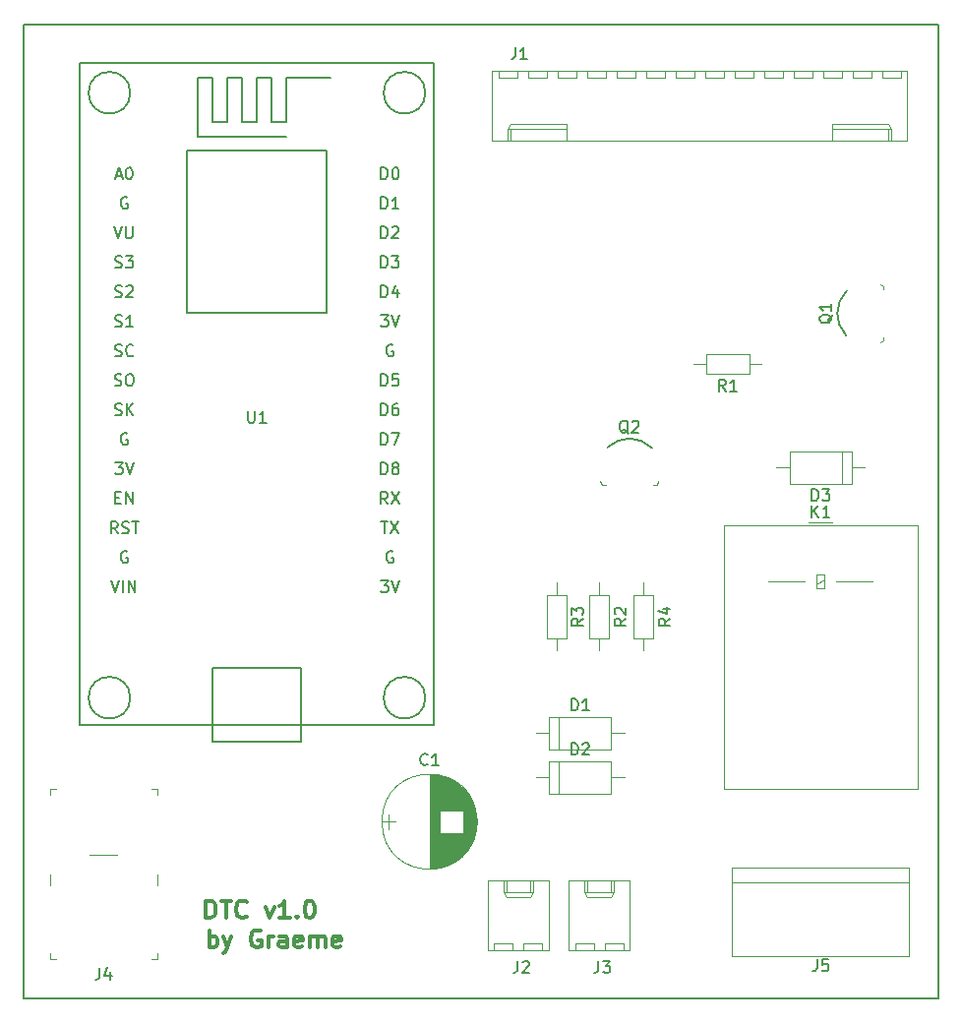
<source format=gbr>
G04 #@! TF.GenerationSoftware,KiCad,Pcbnew,(5.0.2)-1*
G04 #@! TF.CreationDate,2019-05-12T16:02:16+10:00*
G04 #@! TF.ProjectId,DTC,4454432e-6b69-4636-9164-5f7063625858,rev?*
G04 #@! TF.SameCoordinates,Original*
G04 #@! TF.FileFunction,Legend,Top*
G04 #@! TF.FilePolarity,Positive*
%FSLAX46Y46*%
G04 Gerber Fmt 4.6, Leading zero omitted, Abs format (unit mm)*
G04 Created by KiCad (PCBNEW (5.0.2)-1) date 12/05/2019 16:02:16*
%MOMM*%
%LPD*%
G01*
G04 APERTURE LIST*
%ADD10C,0.150000*%
%ADD11C,0.300000*%
%ADD12C,0.120000*%
%ADD13C,0.100000*%
G04 APERTURE END LIST*
D10*
X99060000Y-139700000D02*
X99060000Y-142240000D01*
X99060000Y-58420000D02*
X99060000Y-139700000D01*
X101600000Y-58420000D02*
X99060000Y-58420000D01*
X177800000Y-58420000D02*
X101600000Y-58420000D01*
X177800000Y-142240000D02*
X177800000Y-58420000D01*
X99060000Y-142240000D02*
X177800000Y-142240000D01*
D11*
X115007142Y-137838571D02*
X115007142Y-136338571D01*
X115007142Y-136910000D02*
X115150000Y-136838571D01*
X115435714Y-136838571D01*
X115578571Y-136910000D01*
X115650000Y-136981428D01*
X115721428Y-137124285D01*
X115721428Y-137552857D01*
X115650000Y-137695714D01*
X115578571Y-137767142D01*
X115435714Y-137838571D01*
X115150000Y-137838571D01*
X115007142Y-137767142D01*
X116221428Y-136838571D02*
X116578571Y-137838571D01*
X116935714Y-136838571D02*
X116578571Y-137838571D01*
X116435714Y-138195714D01*
X116364285Y-138267142D01*
X116221428Y-138338571D01*
X119435714Y-136410000D02*
X119292857Y-136338571D01*
X119078571Y-136338571D01*
X118864285Y-136410000D01*
X118721428Y-136552857D01*
X118650000Y-136695714D01*
X118578571Y-136981428D01*
X118578571Y-137195714D01*
X118650000Y-137481428D01*
X118721428Y-137624285D01*
X118864285Y-137767142D01*
X119078571Y-137838571D01*
X119221428Y-137838571D01*
X119435714Y-137767142D01*
X119507142Y-137695714D01*
X119507142Y-137195714D01*
X119221428Y-137195714D01*
X120150000Y-137838571D02*
X120150000Y-136838571D01*
X120150000Y-137124285D02*
X120221428Y-136981428D01*
X120292857Y-136910000D01*
X120435714Y-136838571D01*
X120578571Y-136838571D01*
X121721428Y-137838571D02*
X121721428Y-137052857D01*
X121650000Y-136910000D01*
X121507142Y-136838571D01*
X121221428Y-136838571D01*
X121078571Y-136910000D01*
X121721428Y-137767142D02*
X121578571Y-137838571D01*
X121221428Y-137838571D01*
X121078571Y-137767142D01*
X121007142Y-137624285D01*
X121007142Y-137481428D01*
X121078571Y-137338571D01*
X121221428Y-137267142D01*
X121578571Y-137267142D01*
X121721428Y-137195714D01*
X123007142Y-137767142D02*
X122864285Y-137838571D01*
X122578571Y-137838571D01*
X122435714Y-137767142D01*
X122364285Y-137624285D01*
X122364285Y-137052857D01*
X122435714Y-136910000D01*
X122578571Y-136838571D01*
X122864285Y-136838571D01*
X123007142Y-136910000D01*
X123078571Y-137052857D01*
X123078571Y-137195714D01*
X122364285Y-137338571D01*
X123721428Y-137838571D02*
X123721428Y-136838571D01*
X123721428Y-136981428D02*
X123792857Y-136910000D01*
X123935714Y-136838571D01*
X124150000Y-136838571D01*
X124292857Y-136910000D01*
X124364285Y-137052857D01*
X124364285Y-137838571D01*
X124364285Y-137052857D02*
X124435714Y-136910000D01*
X124578571Y-136838571D01*
X124792857Y-136838571D01*
X124935714Y-136910000D01*
X125007142Y-137052857D01*
X125007142Y-137838571D01*
X126292857Y-137767142D02*
X126150000Y-137838571D01*
X125864285Y-137838571D01*
X125721428Y-137767142D01*
X125650000Y-137624285D01*
X125650000Y-137052857D01*
X125721428Y-136910000D01*
X125864285Y-136838571D01*
X126150000Y-136838571D01*
X126292857Y-136910000D01*
X126364285Y-137052857D01*
X126364285Y-137195714D01*
X125650000Y-137338571D01*
X114737142Y-135298571D02*
X114737142Y-133798571D01*
X115094285Y-133798571D01*
X115308571Y-133870000D01*
X115451428Y-134012857D01*
X115522857Y-134155714D01*
X115594285Y-134441428D01*
X115594285Y-134655714D01*
X115522857Y-134941428D01*
X115451428Y-135084285D01*
X115308571Y-135227142D01*
X115094285Y-135298571D01*
X114737142Y-135298571D01*
X116022857Y-133798571D02*
X116880000Y-133798571D01*
X116451428Y-135298571D02*
X116451428Y-133798571D01*
X118237142Y-135155714D02*
X118165714Y-135227142D01*
X117951428Y-135298571D01*
X117808571Y-135298571D01*
X117594285Y-135227142D01*
X117451428Y-135084285D01*
X117380000Y-134941428D01*
X117308571Y-134655714D01*
X117308571Y-134441428D01*
X117380000Y-134155714D01*
X117451428Y-134012857D01*
X117594285Y-133870000D01*
X117808571Y-133798571D01*
X117951428Y-133798571D01*
X118165714Y-133870000D01*
X118237142Y-133941428D01*
X119880000Y-134298571D02*
X120237142Y-135298571D01*
X120594285Y-134298571D01*
X121951428Y-135298571D02*
X121094285Y-135298571D01*
X121522857Y-135298571D02*
X121522857Y-133798571D01*
X121380000Y-134012857D01*
X121237142Y-134155714D01*
X121094285Y-134227142D01*
X122594285Y-135155714D02*
X122665714Y-135227142D01*
X122594285Y-135298571D01*
X122522857Y-135227142D01*
X122594285Y-135155714D01*
X122594285Y-135298571D01*
X123594285Y-133798571D02*
X123737142Y-133798571D01*
X123880000Y-133870000D01*
X123951428Y-133941428D01*
X124022857Y-134084285D01*
X124094285Y-134370000D01*
X124094285Y-134727142D01*
X124022857Y-135012857D01*
X123951428Y-135155714D01*
X123880000Y-135227142D01*
X123737142Y-135298571D01*
X123594285Y-135298571D01*
X123451428Y-135227142D01*
X123380000Y-135155714D01*
X123308571Y-135012857D01*
X123237142Y-134727142D01*
X123237142Y-134370000D01*
X123308571Y-134084285D01*
X123380000Y-133941428D01*
X123451428Y-133870000D01*
X123594285Y-133798571D01*
D12*
G04 #@! TO.C,D1*
X145119000Y-117970000D02*
X145119000Y-120790000D01*
X150739000Y-119380000D02*
X149599000Y-119380000D01*
X143139000Y-119380000D02*
X144279000Y-119380000D01*
X149599000Y-117970000D02*
X144279000Y-117970000D01*
X149599000Y-120790000D02*
X149599000Y-117970000D01*
X144279000Y-120790000D02*
X149599000Y-120790000D01*
X144279000Y-117970000D02*
X144279000Y-120790000D01*
G04 #@! TO.C,D2*
X144279000Y-121780000D02*
X144279000Y-124600000D01*
X144279000Y-124600000D02*
X149599000Y-124600000D01*
X149599000Y-124600000D02*
X149599000Y-121780000D01*
X149599000Y-121780000D02*
X144279000Y-121780000D01*
X143139000Y-123190000D02*
X144279000Y-123190000D01*
X150739000Y-123190000D02*
X149599000Y-123190000D01*
X145119000Y-121780000D02*
X145119000Y-124600000D01*
G04 #@! TO.C,D3*
X169460000Y-97930000D02*
X169460000Y-95110000D01*
X163840000Y-96520000D02*
X164980000Y-96520000D01*
X171440000Y-96520000D02*
X170300000Y-96520000D01*
X164980000Y-97930000D02*
X170300000Y-97930000D01*
X164980000Y-95110000D02*
X164980000Y-97930000D01*
X170300000Y-95110000D02*
X164980000Y-95110000D01*
X170300000Y-97930000D02*
X170300000Y-95110000D01*
G04 #@! TO.C,J1*
X174536000Y-63005000D02*
X174536000Y-62385000D01*
X172936000Y-63005000D02*
X174536000Y-63005000D01*
X172936000Y-62385000D02*
X172936000Y-63005000D01*
X171996000Y-63005000D02*
X171996000Y-62385000D01*
X170396000Y-63005000D02*
X171996000Y-63005000D01*
X170396000Y-62385000D02*
X170396000Y-63005000D01*
X169456000Y-63005000D02*
X169456000Y-62385000D01*
X167856000Y-63005000D02*
X169456000Y-63005000D01*
X167856000Y-62385000D02*
X167856000Y-63005000D01*
X166916000Y-63005000D02*
X166916000Y-62385000D01*
X165316000Y-63005000D02*
X166916000Y-63005000D01*
X165316000Y-62385000D02*
X165316000Y-63005000D01*
X164376000Y-63005000D02*
X164376000Y-62385000D01*
X162776000Y-63005000D02*
X164376000Y-63005000D01*
X162776000Y-62385000D02*
X162776000Y-63005000D01*
X161836000Y-63005000D02*
X161836000Y-62385000D01*
X160236000Y-63005000D02*
X161836000Y-63005000D01*
X160236000Y-62385000D02*
X160236000Y-63005000D01*
X159296000Y-63005000D02*
X159296000Y-62385000D01*
X157696000Y-63005000D02*
X159296000Y-63005000D01*
X157696000Y-62385000D02*
X157696000Y-63005000D01*
X156756000Y-63005000D02*
X156756000Y-62385000D01*
X155156000Y-63005000D02*
X156756000Y-63005000D01*
X155156000Y-62385000D02*
X155156000Y-63005000D01*
X154216000Y-63005000D02*
X154216000Y-62385000D01*
X152616000Y-63005000D02*
X154216000Y-63005000D01*
X152616000Y-62385000D02*
X152616000Y-63005000D01*
X151676000Y-63005000D02*
X151676000Y-62385000D01*
X150076000Y-63005000D02*
X151676000Y-63005000D01*
X150076000Y-62385000D02*
X150076000Y-63005000D01*
X149136000Y-63005000D02*
X149136000Y-62385000D01*
X147536000Y-63005000D02*
X149136000Y-63005000D01*
X147536000Y-62385000D02*
X147536000Y-63005000D01*
X146596000Y-63005000D02*
X146596000Y-62385000D01*
X144996000Y-63005000D02*
X146596000Y-63005000D01*
X144996000Y-62385000D02*
X144996000Y-63005000D01*
X144056000Y-63005000D02*
X144056000Y-62385000D01*
X142456000Y-63005000D02*
X144056000Y-63005000D01*
X142456000Y-62385000D02*
X142456000Y-63005000D01*
X141516000Y-63005000D02*
X141516000Y-62385000D01*
X139916000Y-63005000D02*
X141516000Y-63005000D01*
X139916000Y-62385000D02*
X139916000Y-63005000D01*
X173486000Y-68385000D02*
X173486000Y-67385000D01*
X168656000Y-66955000D02*
X168656000Y-67385000D01*
X173486000Y-66955000D02*
X168656000Y-66955000D01*
X173736000Y-67385000D02*
X173486000Y-66955000D01*
X168656000Y-67385000D02*
X168656000Y-68385000D01*
X173736000Y-67385000D02*
X168656000Y-67385000D01*
X173736000Y-68385000D02*
X173736000Y-67385000D01*
X140966000Y-68385000D02*
X140966000Y-67385000D01*
X145796000Y-66955000D02*
X145796000Y-67385000D01*
X140966000Y-66955000D02*
X145796000Y-66955000D01*
X140716000Y-67385000D02*
X140966000Y-66955000D01*
X145796000Y-67385000D02*
X145796000Y-68385000D01*
X140716000Y-67385000D02*
X145796000Y-67385000D01*
X140716000Y-68385000D02*
X140716000Y-67385000D01*
X175106000Y-62385000D02*
X139346000Y-62385000D01*
X175106000Y-68385000D02*
X175106000Y-62385000D01*
X139346000Y-68385000D02*
X175106000Y-68385000D01*
X139346000Y-62385000D02*
X139346000Y-68385000D01*
G04 #@! TO.C,J2*
X139546723Y-137458759D02*
X139546723Y-138078759D01*
X141146723Y-137458759D02*
X139546723Y-137458759D01*
X141146723Y-138078759D02*
X141146723Y-137458759D01*
X142086723Y-137458759D02*
X142086723Y-138078759D01*
X143686723Y-137458759D02*
X142086723Y-137458759D01*
X143686723Y-138078759D02*
X143686723Y-137458759D01*
X140596723Y-132078759D02*
X140596723Y-133078759D01*
X142636723Y-132078759D02*
X142636723Y-133078759D01*
X140596723Y-133508759D02*
X140346723Y-133078759D01*
X142636723Y-133508759D02*
X140596723Y-133508759D01*
X142886723Y-133078759D02*
X142636723Y-133508759D01*
X140346723Y-133078759D02*
X140346723Y-132078759D01*
X142886723Y-133078759D02*
X140346723Y-133078759D01*
X142886723Y-132078759D02*
X142886723Y-133078759D01*
X138976723Y-138078759D02*
X144256723Y-138078759D01*
X138976723Y-132078759D02*
X138976723Y-138078759D01*
X144256723Y-132078759D02*
X138976723Y-132078759D01*
X144256723Y-138078759D02*
X144256723Y-132078759D01*
G04 #@! TO.C,J3*
X151230000Y-138078759D02*
X151230000Y-132078759D01*
X151230000Y-132078759D02*
X145950000Y-132078759D01*
X145950000Y-132078759D02*
X145950000Y-138078759D01*
X145950000Y-138078759D02*
X151230000Y-138078759D01*
X149860000Y-132078759D02*
X149860000Y-133078759D01*
X149860000Y-133078759D02*
X147320000Y-133078759D01*
X147320000Y-133078759D02*
X147320000Y-132078759D01*
X149860000Y-133078759D02*
X149610000Y-133508759D01*
X149610000Y-133508759D02*
X147570000Y-133508759D01*
X147570000Y-133508759D02*
X147320000Y-133078759D01*
X149610000Y-132078759D02*
X149610000Y-133078759D01*
X147570000Y-132078759D02*
X147570000Y-133078759D01*
X150660000Y-138078759D02*
X150660000Y-137458759D01*
X150660000Y-137458759D02*
X149060000Y-137458759D01*
X149060000Y-137458759D02*
X149060000Y-138078759D01*
X148120000Y-138078759D02*
X148120000Y-137458759D01*
X148120000Y-137458759D02*
X146520000Y-137458759D01*
X146520000Y-137458759D02*
X146520000Y-138078759D01*
D13*
G04 #@! TO.C,J4*
X101318000Y-131516000D02*
X101318000Y-132516000D01*
X110518000Y-131516000D02*
X110518000Y-132516000D01*
X101318000Y-138816000D02*
X101318000Y-138316000D01*
X101318000Y-138816000D02*
X101818000Y-138816000D01*
X110518000Y-138816000D02*
X110018000Y-138816000D01*
X110518000Y-138816000D02*
X110518000Y-138316000D01*
X107118000Y-129816000D02*
X104718000Y-129816000D01*
X110518000Y-124216000D02*
X110518000Y-124716000D01*
X110518000Y-124216000D02*
X110018000Y-124216000D01*
X101318000Y-124216000D02*
X101318000Y-124716000D01*
X101318000Y-124216000D02*
X101818000Y-124216000D01*
D12*
G04 #@! TO.C,J5*
X175260000Y-130937000D02*
X160020000Y-130937000D01*
X175260000Y-138557000D02*
X160020000Y-138557000D01*
X175260000Y-132207000D02*
X160020000Y-132207000D01*
X160020000Y-130937000D02*
X160020000Y-138557000D01*
X175260000Y-130937000D02*
X175260000Y-138557000D01*
G04 #@! TO.C,K1*
X168990000Y-106340000D02*
X172140000Y-106340000D01*
X163140000Y-106340000D02*
X166290000Y-106340000D01*
X166640000Y-101230000D02*
X168640000Y-101230000D01*
X167290000Y-106940000D02*
X167990000Y-106940000D01*
X167290000Y-105740000D02*
X167290000Y-106940000D01*
X167990000Y-105740000D02*
X167290000Y-105740000D01*
X167990000Y-106940000D02*
X167990000Y-105740000D01*
X167290000Y-106540000D02*
X167990000Y-106140000D01*
X159290000Y-124190000D02*
X175990000Y-124190000D01*
X159290000Y-101490000D02*
X159290000Y-124190000D01*
X175990000Y-101490000D02*
X159290000Y-101490000D01*
X175990000Y-124190000D02*
X175990000Y-101490000D01*
D10*
G04 #@! TO.C,Q1*
X169900000Y-81302000D02*
G75*
G03X169850000Y-85152000I1900000J-1950000D01*
G01*
D13*
X173050000Y-80902000D02*
X172750000Y-80752000D01*
X173050000Y-80902000D02*
X173050000Y-81202000D01*
X173050000Y-85302000D02*
X173050000Y-85602000D01*
X173050000Y-85602000D02*
X172750000Y-85752000D01*
G04 #@! TO.C,Q2*
X148840000Y-97993000D02*
X148690000Y-97693000D01*
X149140000Y-97993000D02*
X148840000Y-97993000D01*
X153540000Y-97993000D02*
X153240000Y-97993000D01*
X153540000Y-97993000D02*
X153690000Y-97693000D01*
D10*
X153140000Y-94843000D02*
G75*
G03X149290000Y-94793000I-1950000J-1900000D01*
G01*
D12*
G04 #@! TO.C,R1*
X156709000Y-87630000D02*
X157779000Y-87630000D01*
X162569000Y-87630000D02*
X161499000Y-87630000D01*
X157779000Y-88490000D02*
X161499000Y-88490000D01*
X157779000Y-86770000D02*
X157779000Y-88490000D01*
X161499000Y-86770000D02*
X157779000Y-86770000D01*
X161499000Y-88490000D02*
X161499000Y-86770000D01*
G04 #@! TO.C,R2*
X149450000Y-107487000D02*
X147730000Y-107487000D01*
X147730000Y-107487000D02*
X147730000Y-111207000D01*
X147730000Y-111207000D02*
X149450000Y-111207000D01*
X149450000Y-111207000D02*
X149450000Y-107487000D01*
X148590000Y-106417000D02*
X148590000Y-107487000D01*
X148590000Y-112277000D02*
X148590000Y-111207000D01*
G04 #@! TO.C,R3*
X144907000Y-112277000D02*
X144907000Y-111207000D01*
X144907000Y-106417000D02*
X144907000Y-107487000D01*
X145767000Y-111207000D02*
X145767000Y-107487000D01*
X144047000Y-111207000D02*
X145767000Y-111207000D01*
X144047000Y-107487000D02*
X144047000Y-111207000D01*
X145767000Y-107487000D02*
X144047000Y-107487000D01*
G04 #@! TO.C,R4*
X153260000Y-107487000D02*
X151540000Y-107487000D01*
X151540000Y-107487000D02*
X151540000Y-111207000D01*
X151540000Y-111207000D02*
X153260000Y-111207000D01*
X153260000Y-111207000D02*
X153260000Y-107487000D01*
X152400000Y-106417000D02*
X152400000Y-107487000D01*
X152400000Y-112277000D02*
X152400000Y-111207000D01*
D10*
G04 #@! TO.C,U1*
X113126000Y-69202000D02*
X125126000Y-69202000D01*
X125126000Y-69202000D02*
X125126000Y-83202000D01*
X125126000Y-83202000D02*
X113126000Y-83202000D01*
X113126000Y-83202000D02*
X113126000Y-69202000D01*
X121666000Y-68072000D02*
X114046000Y-68072000D01*
X114046000Y-68072000D02*
X114046000Y-62992000D01*
X114046000Y-62992000D02*
X115316000Y-62992000D01*
X115316000Y-62992000D02*
X115316000Y-66802000D01*
X115316000Y-66802000D02*
X116586000Y-66802000D01*
X116586000Y-66802000D02*
X116586000Y-62992000D01*
X116586000Y-62992000D02*
X117856000Y-62992000D01*
X117856000Y-62992000D02*
X117856000Y-66802000D01*
X117856000Y-66802000D02*
X119126000Y-66802000D01*
X119126000Y-66802000D02*
X119126000Y-62992000D01*
X119126000Y-62992000D02*
X120396000Y-62992000D01*
X120396000Y-62992000D02*
X120396000Y-66802000D01*
X120396000Y-66802000D02*
X121666000Y-66802000D01*
X121666000Y-66802000D02*
X121666000Y-62992000D01*
X121666000Y-62992000D02*
X125476000Y-62992000D01*
X115316000Y-120142000D02*
X122936000Y-120142000D01*
X122936000Y-120142000D02*
X122936000Y-113792000D01*
X122936000Y-113792000D02*
X115316000Y-113792000D01*
X115316000Y-113792000D02*
X115316000Y-120142000D01*
X133622051Y-116332000D02*
G75*
G03X133622051Y-116332000I-1796051J0D01*
G01*
X108222051Y-116332000D02*
G75*
G03X108222051Y-116332000I-1796051J0D01*
G01*
X108222051Y-64262000D02*
G75*
G03X108222051Y-64262000I-1796051J0D01*
G01*
X133622051Y-64262000D02*
G75*
G03X133622051Y-64262000I-1796051J0D01*
G01*
X134376000Y-61702000D02*
X104376000Y-61702000D01*
X104376000Y-61702000D02*
X103876000Y-61702000D01*
X103876000Y-61702000D02*
X103876000Y-118702000D01*
X103876000Y-118702000D02*
X134376000Y-118702000D01*
X134376000Y-118702000D02*
X134376000Y-61702000D01*
D12*
G04 #@! TO.C,C1*
X130480000Y-126350000D02*
X130480000Y-127650000D01*
X129880000Y-127000000D02*
X131080000Y-127000000D01*
X138061000Y-126754000D02*
X138061000Y-127246000D01*
X138021000Y-126402000D02*
X138021000Y-127598000D01*
X137981000Y-126186000D02*
X137981000Y-127814000D01*
X137941000Y-126017000D02*
X137941000Y-127983000D01*
X137901000Y-125873000D02*
X137901000Y-128127000D01*
X137861000Y-125746000D02*
X137861000Y-128254000D01*
X137821000Y-125631000D02*
X137821000Y-128369000D01*
X137781000Y-125527000D02*
X137781000Y-128473000D01*
X137741000Y-125430000D02*
X137741000Y-128570000D01*
X137701000Y-125340000D02*
X137701000Y-128660000D01*
X137661000Y-125255000D02*
X137661000Y-128745000D01*
X137621000Y-125174000D02*
X137621000Y-128826000D01*
X137581000Y-125098000D02*
X137581000Y-128902000D01*
X137541000Y-125026000D02*
X137541000Y-128974000D01*
X137501000Y-124957000D02*
X137501000Y-129043000D01*
X137461000Y-124891000D02*
X137461000Y-129109000D01*
X137421000Y-124827000D02*
X137421000Y-129173000D01*
X137381000Y-124766000D02*
X137381000Y-129234000D01*
X137341000Y-124707000D02*
X137341000Y-129293000D01*
X137301000Y-124651000D02*
X137301000Y-129349000D01*
X137261000Y-124596000D02*
X137261000Y-129404000D01*
X137221000Y-124543000D02*
X137221000Y-129457000D01*
X137181000Y-124492000D02*
X137181000Y-129508000D01*
X137141000Y-124443000D02*
X137141000Y-129557000D01*
X137101000Y-124395000D02*
X137101000Y-129605000D01*
X137061000Y-124348000D02*
X137061000Y-129652000D01*
X137021000Y-124303000D02*
X137021000Y-129697000D01*
X136981000Y-124260000D02*
X136981000Y-129740000D01*
X136941000Y-124217000D02*
X136941000Y-129783000D01*
X136901000Y-124176000D02*
X136901000Y-129824000D01*
X136861000Y-124135000D02*
X136861000Y-129865000D01*
X136821000Y-127980000D02*
X136821000Y-129904000D01*
X136821000Y-124096000D02*
X136821000Y-126020000D01*
X136781000Y-127980000D02*
X136781000Y-129942000D01*
X136781000Y-124058000D02*
X136781000Y-126020000D01*
X136741000Y-127980000D02*
X136741000Y-129979000D01*
X136741000Y-124021000D02*
X136741000Y-126020000D01*
X136701000Y-127980000D02*
X136701000Y-130015000D01*
X136701000Y-123985000D02*
X136701000Y-126020000D01*
X136661000Y-127980000D02*
X136661000Y-130050000D01*
X136661000Y-123950000D02*
X136661000Y-126020000D01*
X136621000Y-127980000D02*
X136621000Y-130084000D01*
X136621000Y-123916000D02*
X136621000Y-126020000D01*
X136581000Y-127980000D02*
X136581000Y-130118000D01*
X136581000Y-123882000D02*
X136581000Y-126020000D01*
X136541000Y-127980000D02*
X136541000Y-130150000D01*
X136541000Y-123850000D02*
X136541000Y-126020000D01*
X136501000Y-127980000D02*
X136501000Y-130182000D01*
X136501000Y-123818000D02*
X136501000Y-126020000D01*
X136461000Y-127980000D02*
X136461000Y-130213000D01*
X136461000Y-123787000D02*
X136461000Y-126020000D01*
X136421000Y-127980000D02*
X136421000Y-130243000D01*
X136421000Y-123757000D02*
X136421000Y-126020000D01*
X136381000Y-127980000D02*
X136381000Y-130272000D01*
X136381000Y-123728000D02*
X136381000Y-126020000D01*
X136341000Y-127980000D02*
X136341000Y-130301000D01*
X136341000Y-123699000D02*
X136341000Y-126020000D01*
X136301000Y-127980000D02*
X136301000Y-130329000D01*
X136301000Y-123671000D02*
X136301000Y-126020000D01*
X136261000Y-127980000D02*
X136261000Y-130356000D01*
X136261000Y-123644000D02*
X136261000Y-126020000D01*
X136221000Y-127980000D02*
X136221000Y-130383000D01*
X136221000Y-123617000D02*
X136221000Y-126020000D01*
X136181000Y-127980000D02*
X136181000Y-130408000D01*
X136181000Y-123592000D02*
X136181000Y-126020000D01*
X136141000Y-127980000D02*
X136141000Y-130434000D01*
X136141000Y-123566000D02*
X136141000Y-126020000D01*
X136101000Y-127980000D02*
X136101000Y-130458000D01*
X136101000Y-123542000D02*
X136101000Y-126020000D01*
X136061000Y-127980000D02*
X136061000Y-130482000D01*
X136061000Y-123518000D02*
X136061000Y-126020000D01*
X136021000Y-127980000D02*
X136021000Y-130505000D01*
X136021000Y-123495000D02*
X136021000Y-126020000D01*
X135981000Y-127980000D02*
X135981000Y-130528000D01*
X135981000Y-123472000D02*
X135981000Y-126020000D01*
X135941000Y-127980000D02*
X135941000Y-130550000D01*
X135941000Y-123450000D02*
X135941000Y-126020000D01*
X135901000Y-127980000D02*
X135901000Y-130572000D01*
X135901000Y-123428000D02*
X135901000Y-126020000D01*
X135861000Y-127980000D02*
X135861000Y-130593000D01*
X135861000Y-123407000D02*
X135861000Y-126020000D01*
X135821000Y-127980000D02*
X135821000Y-130613000D01*
X135821000Y-123387000D02*
X135821000Y-126020000D01*
X135781000Y-127980000D02*
X135781000Y-130633000D01*
X135781000Y-123367000D02*
X135781000Y-126020000D01*
X135741000Y-127980000D02*
X135741000Y-130652000D01*
X135741000Y-123348000D02*
X135741000Y-126020000D01*
X135701000Y-127980000D02*
X135701000Y-130671000D01*
X135701000Y-123329000D02*
X135701000Y-126020000D01*
X135661000Y-127980000D02*
X135661000Y-130690000D01*
X135661000Y-123310000D02*
X135661000Y-126020000D01*
X135621000Y-127980000D02*
X135621000Y-130707000D01*
X135621000Y-123293000D02*
X135621000Y-126020000D01*
X135581000Y-127980000D02*
X135581000Y-130725000D01*
X135581000Y-123275000D02*
X135581000Y-126020000D01*
X135541000Y-127980000D02*
X135541000Y-130741000D01*
X135541000Y-123259000D02*
X135541000Y-126020000D01*
X135501000Y-127980000D02*
X135501000Y-130758000D01*
X135501000Y-123242000D02*
X135501000Y-126020000D01*
X135461000Y-127980000D02*
X135461000Y-130773000D01*
X135461000Y-123227000D02*
X135461000Y-126020000D01*
X135421000Y-127980000D02*
X135421000Y-130789000D01*
X135421000Y-123211000D02*
X135421000Y-126020000D01*
X135381000Y-127980000D02*
X135381000Y-130803000D01*
X135381000Y-123197000D02*
X135381000Y-126020000D01*
X135341000Y-127980000D02*
X135341000Y-130818000D01*
X135341000Y-123182000D02*
X135341000Y-126020000D01*
X135301000Y-127980000D02*
X135301000Y-130832000D01*
X135301000Y-123168000D02*
X135301000Y-126020000D01*
X135261000Y-127980000D02*
X135261000Y-130845000D01*
X135261000Y-123155000D02*
X135261000Y-126020000D01*
X135221000Y-127980000D02*
X135221000Y-130858000D01*
X135221000Y-123142000D02*
X135221000Y-126020000D01*
X135181000Y-127980000D02*
X135181000Y-130870000D01*
X135181000Y-123130000D02*
X135181000Y-126020000D01*
X135141000Y-127980000D02*
X135141000Y-130883000D01*
X135141000Y-123117000D02*
X135141000Y-126020000D01*
X135101000Y-127980000D02*
X135101000Y-130894000D01*
X135101000Y-123106000D02*
X135101000Y-126020000D01*
X135061000Y-127980000D02*
X135061000Y-130905000D01*
X135061000Y-123095000D02*
X135061000Y-126020000D01*
X135021000Y-127980000D02*
X135021000Y-130916000D01*
X135021000Y-123084000D02*
X135021000Y-126020000D01*
X134981000Y-127980000D02*
X134981000Y-130926000D01*
X134981000Y-123074000D02*
X134981000Y-126020000D01*
X134941000Y-127980000D02*
X134941000Y-130936000D01*
X134941000Y-123064000D02*
X134941000Y-126020000D01*
X134901000Y-127980000D02*
X134901000Y-130946000D01*
X134901000Y-123054000D02*
X134901000Y-126020000D01*
X134861000Y-123045000D02*
X134861000Y-130955000D01*
X134821000Y-123037000D02*
X134821000Y-130963000D01*
X134781000Y-123029000D02*
X134781000Y-130971000D01*
X134741000Y-123021000D02*
X134741000Y-130979000D01*
X134701000Y-123013000D02*
X134701000Y-130987000D01*
X134660000Y-123006000D02*
X134660000Y-130994000D01*
X134620000Y-123000000D02*
X134620000Y-131000000D01*
X134580000Y-122994000D02*
X134580000Y-131006000D01*
X134540000Y-122988000D02*
X134540000Y-131012000D01*
X134500000Y-122983000D02*
X134500000Y-131017000D01*
X134460000Y-122978000D02*
X134460000Y-131022000D01*
X134420000Y-122973000D02*
X134420000Y-131027000D01*
X134380000Y-122969000D02*
X134380000Y-131031000D01*
X134340000Y-122965000D02*
X134340000Y-131035000D01*
X134300000Y-122962000D02*
X134300000Y-131038000D01*
X134260000Y-122959000D02*
X134260000Y-131041000D01*
X134220000Y-122957000D02*
X134220000Y-131043000D01*
X134180000Y-122954000D02*
X134180000Y-131046000D01*
X134140000Y-122953000D02*
X134140000Y-131047000D01*
X134100000Y-122951000D02*
X134100000Y-131049000D01*
X134060000Y-122950000D02*
X134060000Y-131050000D01*
X134020000Y-122950000D02*
X134020000Y-131050000D01*
X133980000Y-122950000D02*
X133980000Y-131050000D01*
X138070000Y-127000000D02*
G75*
G03X138070000Y-127000000I-4090000J0D01*
G01*
G04 #@! TD*
G04 #@! TO.C,D1*
D10*
X146200904Y-117422380D02*
X146200904Y-116422380D01*
X146439000Y-116422380D01*
X146581857Y-116470000D01*
X146677095Y-116565238D01*
X146724714Y-116660476D01*
X146772333Y-116850952D01*
X146772333Y-116993809D01*
X146724714Y-117184285D01*
X146677095Y-117279523D01*
X146581857Y-117374761D01*
X146439000Y-117422380D01*
X146200904Y-117422380D01*
X147724714Y-117422380D02*
X147153285Y-117422380D01*
X147439000Y-117422380D02*
X147439000Y-116422380D01*
X147343761Y-116565238D01*
X147248523Y-116660476D01*
X147153285Y-116708095D01*
G04 #@! TO.C,D2*
X146200904Y-121232380D02*
X146200904Y-120232380D01*
X146439000Y-120232380D01*
X146581857Y-120280000D01*
X146677095Y-120375238D01*
X146724714Y-120470476D01*
X146772333Y-120660952D01*
X146772333Y-120803809D01*
X146724714Y-120994285D01*
X146677095Y-121089523D01*
X146581857Y-121184761D01*
X146439000Y-121232380D01*
X146200904Y-121232380D01*
X147153285Y-120327619D02*
X147200904Y-120280000D01*
X147296142Y-120232380D01*
X147534238Y-120232380D01*
X147629476Y-120280000D01*
X147677095Y-120327619D01*
X147724714Y-120422857D01*
X147724714Y-120518095D01*
X147677095Y-120660952D01*
X147105666Y-121232380D01*
X147724714Y-121232380D01*
G04 #@! TO.C,D3*
X166901904Y-99382380D02*
X166901904Y-98382380D01*
X167140000Y-98382380D01*
X167282857Y-98430000D01*
X167378095Y-98525238D01*
X167425714Y-98620476D01*
X167473333Y-98810952D01*
X167473333Y-98953809D01*
X167425714Y-99144285D01*
X167378095Y-99239523D01*
X167282857Y-99334761D01*
X167140000Y-99382380D01*
X166901904Y-99382380D01*
X167806666Y-98382380D02*
X168425714Y-98382380D01*
X168092380Y-98763333D01*
X168235238Y-98763333D01*
X168330476Y-98810952D01*
X168378095Y-98858571D01*
X168425714Y-98953809D01*
X168425714Y-99191904D01*
X168378095Y-99287142D01*
X168330476Y-99334761D01*
X168235238Y-99382380D01*
X167949523Y-99382380D01*
X167854285Y-99334761D01*
X167806666Y-99287142D01*
G04 #@! TO.C,J1*
X141382666Y-60357380D02*
X141382666Y-61071666D01*
X141335047Y-61214523D01*
X141239809Y-61309761D01*
X141096952Y-61357380D01*
X141001714Y-61357380D01*
X142382666Y-61357380D02*
X141811238Y-61357380D01*
X142096952Y-61357380D02*
X142096952Y-60357380D01*
X142001714Y-60500238D01*
X141906476Y-60595476D01*
X141811238Y-60643095D01*
G04 #@! TO.C,J2*
X141553389Y-139011139D02*
X141553389Y-139725425D01*
X141505770Y-139868282D01*
X141410532Y-139963520D01*
X141267675Y-140011139D01*
X141172437Y-140011139D01*
X141981961Y-139106378D02*
X142029580Y-139058759D01*
X142124818Y-139011139D01*
X142362913Y-139011139D01*
X142458151Y-139058759D01*
X142505770Y-139106378D01*
X142553389Y-139201616D01*
X142553389Y-139296854D01*
X142505770Y-139439711D01*
X141934342Y-140011139D01*
X142553389Y-140011139D01*
G04 #@! TO.C,J3*
X148526666Y-139011139D02*
X148526666Y-139725425D01*
X148479047Y-139868282D01*
X148383809Y-139963520D01*
X148240952Y-140011139D01*
X148145714Y-140011139D01*
X148907619Y-139011139D02*
X149526666Y-139011139D01*
X149193333Y-139392092D01*
X149336190Y-139392092D01*
X149431428Y-139439711D01*
X149479047Y-139487330D01*
X149526666Y-139582568D01*
X149526666Y-139820663D01*
X149479047Y-139915901D01*
X149431428Y-139963520D01*
X149336190Y-140011139D01*
X149050476Y-140011139D01*
X148955238Y-139963520D01*
X148907619Y-139915901D01*
G04 #@! TO.C,J4*
X105584666Y-139568380D02*
X105584666Y-140282666D01*
X105537047Y-140425523D01*
X105441809Y-140520761D01*
X105298952Y-140568380D01*
X105203714Y-140568380D01*
X106489428Y-139901714D02*
X106489428Y-140568380D01*
X106251333Y-139520761D02*
X106013238Y-140235047D01*
X106632285Y-140235047D01*
G04 #@! TO.C,J5*
X167336666Y-138849380D02*
X167336666Y-139563666D01*
X167289047Y-139706523D01*
X167193809Y-139801761D01*
X167050952Y-139849380D01*
X166955714Y-139849380D01*
X168289047Y-138849380D02*
X167812857Y-138849380D01*
X167765238Y-139325571D01*
X167812857Y-139277952D01*
X167908095Y-139230333D01*
X168146190Y-139230333D01*
X168241428Y-139277952D01*
X168289047Y-139325571D01*
X168336666Y-139420809D01*
X168336666Y-139658904D01*
X168289047Y-139754142D01*
X168241428Y-139801761D01*
X168146190Y-139849380D01*
X167908095Y-139849380D01*
X167812857Y-139801761D01*
X167765238Y-139754142D01*
G04 #@! TO.C,K1*
X166901904Y-100792380D02*
X166901904Y-99792380D01*
X167473333Y-100792380D02*
X167044761Y-100220952D01*
X167473333Y-99792380D02*
X166901904Y-100363809D01*
X168425714Y-100792380D02*
X167854285Y-100792380D01*
X168140000Y-100792380D02*
X168140000Y-99792380D01*
X168044761Y-99935238D01*
X167949523Y-100030476D01*
X167854285Y-100078095D01*
G04 #@! TO.C,Q1*
X168647619Y-83347238D02*
X168600000Y-83442476D01*
X168504761Y-83537714D01*
X168361904Y-83680571D01*
X168314285Y-83775809D01*
X168314285Y-83871047D01*
X168552380Y-83823428D02*
X168504761Y-83918666D01*
X168409523Y-84013904D01*
X168219047Y-84061523D01*
X167885714Y-84061523D01*
X167695238Y-84013904D01*
X167600000Y-83918666D01*
X167552380Y-83823428D01*
X167552380Y-83632952D01*
X167600000Y-83537714D01*
X167695238Y-83442476D01*
X167885714Y-83394857D01*
X168219047Y-83394857D01*
X168409523Y-83442476D01*
X168504761Y-83537714D01*
X168552380Y-83632952D01*
X168552380Y-83823428D01*
X168552380Y-82442476D02*
X168552380Y-83013904D01*
X168552380Y-82728190D02*
X167552380Y-82728190D01*
X167695238Y-82823428D01*
X167790476Y-82918666D01*
X167838095Y-83013904D01*
G04 #@! TO.C,Q2*
X151094761Y-93590619D02*
X150999523Y-93543000D01*
X150904285Y-93447761D01*
X150761428Y-93304904D01*
X150666190Y-93257285D01*
X150570952Y-93257285D01*
X150618571Y-93495380D02*
X150523333Y-93447761D01*
X150428095Y-93352523D01*
X150380476Y-93162047D01*
X150380476Y-92828714D01*
X150428095Y-92638238D01*
X150523333Y-92543000D01*
X150618571Y-92495380D01*
X150809047Y-92495380D01*
X150904285Y-92543000D01*
X150999523Y-92638238D01*
X151047142Y-92828714D01*
X151047142Y-93162047D01*
X150999523Y-93352523D01*
X150904285Y-93447761D01*
X150809047Y-93495380D01*
X150618571Y-93495380D01*
X151428095Y-92590619D02*
X151475714Y-92543000D01*
X151570952Y-92495380D01*
X151809047Y-92495380D01*
X151904285Y-92543000D01*
X151951904Y-92590619D01*
X151999523Y-92685857D01*
X151999523Y-92781095D01*
X151951904Y-92923952D01*
X151380476Y-93495380D01*
X151999523Y-93495380D01*
G04 #@! TO.C,R1*
X159472333Y-89942380D02*
X159139000Y-89466190D01*
X158900904Y-89942380D02*
X158900904Y-88942380D01*
X159281857Y-88942380D01*
X159377095Y-88990000D01*
X159424714Y-89037619D01*
X159472333Y-89132857D01*
X159472333Y-89275714D01*
X159424714Y-89370952D01*
X159377095Y-89418571D01*
X159281857Y-89466190D01*
X158900904Y-89466190D01*
X160424714Y-89942380D02*
X159853285Y-89942380D01*
X160139000Y-89942380D02*
X160139000Y-88942380D01*
X160043761Y-89085238D01*
X159948523Y-89180476D01*
X159853285Y-89228095D01*
G04 #@! TO.C,R2*
X150902380Y-109513666D02*
X150426190Y-109847000D01*
X150902380Y-110085095D02*
X149902380Y-110085095D01*
X149902380Y-109704142D01*
X149950000Y-109608904D01*
X149997619Y-109561285D01*
X150092857Y-109513666D01*
X150235714Y-109513666D01*
X150330952Y-109561285D01*
X150378571Y-109608904D01*
X150426190Y-109704142D01*
X150426190Y-110085095D01*
X149997619Y-109132714D02*
X149950000Y-109085095D01*
X149902380Y-108989857D01*
X149902380Y-108751761D01*
X149950000Y-108656523D01*
X149997619Y-108608904D01*
X150092857Y-108561285D01*
X150188095Y-108561285D01*
X150330952Y-108608904D01*
X150902380Y-109180333D01*
X150902380Y-108561285D01*
G04 #@! TO.C,R3*
X147219380Y-109513666D02*
X146743190Y-109847000D01*
X147219380Y-110085095D02*
X146219380Y-110085095D01*
X146219380Y-109704142D01*
X146267000Y-109608904D01*
X146314619Y-109561285D01*
X146409857Y-109513666D01*
X146552714Y-109513666D01*
X146647952Y-109561285D01*
X146695571Y-109608904D01*
X146743190Y-109704142D01*
X146743190Y-110085095D01*
X146219380Y-109180333D02*
X146219380Y-108561285D01*
X146600333Y-108894619D01*
X146600333Y-108751761D01*
X146647952Y-108656523D01*
X146695571Y-108608904D01*
X146790809Y-108561285D01*
X147028904Y-108561285D01*
X147124142Y-108608904D01*
X147171761Y-108656523D01*
X147219380Y-108751761D01*
X147219380Y-109037476D01*
X147171761Y-109132714D01*
X147124142Y-109180333D01*
G04 #@! TO.C,R4*
X154712380Y-109513666D02*
X154236190Y-109847000D01*
X154712380Y-110085095D02*
X153712380Y-110085095D01*
X153712380Y-109704142D01*
X153760000Y-109608904D01*
X153807619Y-109561285D01*
X153902857Y-109513666D01*
X154045714Y-109513666D01*
X154140952Y-109561285D01*
X154188571Y-109608904D01*
X154236190Y-109704142D01*
X154236190Y-110085095D01*
X154045714Y-108656523D02*
X154712380Y-108656523D01*
X153664761Y-108894619D02*
X154379047Y-109132714D01*
X154379047Y-108513666D01*
G04 #@! TO.C,U1*
X118364095Y-91654380D02*
X118364095Y-92463904D01*
X118411714Y-92559142D01*
X118459333Y-92606761D01*
X118554571Y-92654380D01*
X118745047Y-92654380D01*
X118840285Y-92606761D01*
X118887904Y-92559142D01*
X118935523Y-92463904D01*
X118935523Y-91654380D01*
X119935523Y-92654380D02*
X119364095Y-92654380D01*
X119649809Y-92654380D02*
X119649809Y-91654380D01*
X119554571Y-91797238D01*
X119459333Y-91892476D01*
X119364095Y-91940095D01*
X106600761Y-106259380D02*
X106934095Y-107259380D01*
X107267428Y-106259380D01*
X107600761Y-107259380D02*
X107600761Y-106259380D01*
X108076952Y-107259380D02*
X108076952Y-106259380D01*
X108648380Y-107259380D01*
X108648380Y-106259380D01*
X107957904Y-103767000D02*
X107862666Y-103719380D01*
X107719809Y-103719380D01*
X107576952Y-103767000D01*
X107481714Y-103862238D01*
X107434095Y-103957476D01*
X107386476Y-104147952D01*
X107386476Y-104290809D01*
X107434095Y-104481285D01*
X107481714Y-104576523D01*
X107576952Y-104671761D01*
X107719809Y-104719380D01*
X107815047Y-104719380D01*
X107957904Y-104671761D01*
X108005523Y-104624142D01*
X108005523Y-104290809D01*
X107815047Y-104290809D01*
X107148380Y-102179380D02*
X106815047Y-101703190D01*
X106576952Y-102179380D02*
X106576952Y-101179380D01*
X106957904Y-101179380D01*
X107053142Y-101227000D01*
X107100761Y-101274619D01*
X107148380Y-101369857D01*
X107148380Y-101512714D01*
X107100761Y-101607952D01*
X107053142Y-101655571D01*
X106957904Y-101703190D01*
X106576952Y-101703190D01*
X107529333Y-102131761D02*
X107672190Y-102179380D01*
X107910285Y-102179380D01*
X108005523Y-102131761D01*
X108053142Y-102084142D01*
X108100761Y-101988904D01*
X108100761Y-101893666D01*
X108053142Y-101798428D01*
X108005523Y-101750809D01*
X107910285Y-101703190D01*
X107719809Y-101655571D01*
X107624571Y-101607952D01*
X107576952Y-101560333D01*
X107529333Y-101465095D01*
X107529333Y-101369857D01*
X107576952Y-101274619D01*
X107624571Y-101227000D01*
X107719809Y-101179380D01*
X107957904Y-101179380D01*
X108100761Y-101227000D01*
X108386476Y-101179380D02*
X108957904Y-101179380D01*
X108672190Y-102179380D02*
X108672190Y-101179380D01*
X106957904Y-99115571D02*
X107291238Y-99115571D01*
X107434095Y-99639380D02*
X106957904Y-99639380D01*
X106957904Y-98639380D01*
X107434095Y-98639380D01*
X107862666Y-99639380D02*
X107862666Y-98639380D01*
X108434095Y-99639380D01*
X108434095Y-98639380D01*
X106934095Y-96099380D02*
X107553142Y-96099380D01*
X107219809Y-96480333D01*
X107362666Y-96480333D01*
X107457904Y-96527952D01*
X107505523Y-96575571D01*
X107553142Y-96670809D01*
X107553142Y-96908904D01*
X107505523Y-97004142D01*
X107457904Y-97051761D01*
X107362666Y-97099380D01*
X107076952Y-97099380D01*
X106981714Y-97051761D01*
X106934095Y-97004142D01*
X107838857Y-96099380D02*
X108172190Y-97099380D01*
X108505523Y-96099380D01*
X107957904Y-93607000D02*
X107862666Y-93559380D01*
X107719809Y-93559380D01*
X107576952Y-93607000D01*
X107481714Y-93702238D01*
X107434095Y-93797476D01*
X107386476Y-93987952D01*
X107386476Y-94130809D01*
X107434095Y-94321285D01*
X107481714Y-94416523D01*
X107576952Y-94511761D01*
X107719809Y-94559380D01*
X107815047Y-94559380D01*
X107957904Y-94511761D01*
X108005523Y-94464142D01*
X108005523Y-94130809D01*
X107815047Y-94130809D01*
X106910285Y-91971761D02*
X107053142Y-92019380D01*
X107291238Y-92019380D01*
X107386476Y-91971761D01*
X107434095Y-91924142D01*
X107481714Y-91828904D01*
X107481714Y-91733666D01*
X107434095Y-91638428D01*
X107386476Y-91590809D01*
X107291238Y-91543190D01*
X107100761Y-91495571D01*
X107005523Y-91447952D01*
X106957904Y-91400333D01*
X106910285Y-91305095D01*
X106910285Y-91209857D01*
X106957904Y-91114619D01*
X107005523Y-91067000D01*
X107100761Y-91019380D01*
X107338857Y-91019380D01*
X107481714Y-91067000D01*
X107910285Y-92019380D02*
X107910285Y-91019380D01*
X108481714Y-92019380D02*
X108053142Y-91447952D01*
X108481714Y-91019380D02*
X107910285Y-91590809D01*
X106886476Y-89431761D02*
X107029333Y-89479380D01*
X107267428Y-89479380D01*
X107362666Y-89431761D01*
X107410285Y-89384142D01*
X107457904Y-89288904D01*
X107457904Y-89193666D01*
X107410285Y-89098428D01*
X107362666Y-89050809D01*
X107267428Y-89003190D01*
X107076952Y-88955571D01*
X106981714Y-88907952D01*
X106934095Y-88860333D01*
X106886476Y-88765095D01*
X106886476Y-88669857D01*
X106934095Y-88574619D01*
X106981714Y-88527000D01*
X107076952Y-88479380D01*
X107315047Y-88479380D01*
X107457904Y-88527000D01*
X108076952Y-88479380D02*
X108267428Y-88479380D01*
X108362666Y-88527000D01*
X108457904Y-88622238D01*
X108505523Y-88812714D01*
X108505523Y-89146047D01*
X108457904Y-89336523D01*
X108362666Y-89431761D01*
X108267428Y-89479380D01*
X108076952Y-89479380D01*
X107981714Y-89431761D01*
X107886476Y-89336523D01*
X107838857Y-89146047D01*
X107838857Y-88812714D01*
X107886476Y-88622238D01*
X107981714Y-88527000D01*
X108076952Y-88479380D01*
X106910285Y-86891761D02*
X107053142Y-86939380D01*
X107291238Y-86939380D01*
X107386476Y-86891761D01*
X107434095Y-86844142D01*
X107481714Y-86748904D01*
X107481714Y-86653666D01*
X107434095Y-86558428D01*
X107386476Y-86510809D01*
X107291238Y-86463190D01*
X107100761Y-86415571D01*
X107005523Y-86367952D01*
X106957904Y-86320333D01*
X106910285Y-86225095D01*
X106910285Y-86129857D01*
X106957904Y-86034619D01*
X107005523Y-85987000D01*
X107100761Y-85939380D01*
X107338857Y-85939380D01*
X107481714Y-85987000D01*
X108481714Y-86844142D02*
X108434095Y-86891761D01*
X108291238Y-86939380D01*
X108196000Y-86939380D01*
X108053142Y-86891761D01*
X107957904Y-86796523D01*
X107910285Y-86701285D01*
X107862666Y-86510809D01*
X107862666Y-86367952D01*
X107910285Y-86177476D01*
X107957904Y-86082238D01*
X108053142Y-85987000D01*
X108196000Y-85939380D01*
X108291238Y-85939380D01*
X108434095Y-85987000D01*
X108481714Y-86034619D01*
X106934095Y-84351761D02*
X107076952Y-84399380D01*
X107315047Y-84399380D01*
X107410285Y-84351761D01*
X107457904Y-84304142D01*
X107505523Y-84208904D01*
X107505523Y-84113666D01*
X107457904Y-84018428D01*
X107410285Y-83970809D01*
X107315047Y-83923190D01*
X107124571Y-83875571D01*
X107029333Y-83827952D01*
X106981714Y-83780333D01*
X106934095Y-83685095D01*
X106934095Y-83589857D01*
X106981714Y-83494619D01*
X107029333Y-83447000D01*
X107124571Y-83399380D01*
X107362666Y-83399380D01*
X107505523Y-83447000D01*
X108457904Y-84399380D02*
X107886476Y-84399380D01*
X108172190Y-84399380D02*
X108172190Y-83399380D01*
X108076952Y-83542238D01*
X107981714Y-83637476D01*
X107886476Y-83685095D01*
X106934095Y-81811761D02*
X107076952Y-81859380D01*
X107315047Y-81859380D01*
X107410285Y-81811761D01*
X107457904Y-81764142D01*
X107505523Y-81668904D01*
X107505523Y-81573666D01*
X107457904Y-81478428D01*
X107410285Y-81430809D01*
X107315047Y-81383190D01*
X107124571Y-81335571D01*
X107029333Y-81287952D01*
X106981714Y-81240333D01*
X106934095Y-81145095D01*
X106934095Y-81049857D01*
X106981714Y-80954619D01*
X107029333Y-80907000D01*
X107124571Y-80859380D01*
X107362666Y-80859380D01*
X107505523Y-80907000D01*
X107886476Y-80954619D02*
X107934095Y-80907000D01*
X108029333Y-80859380D01*
X108267428Y-80859380D01*
X108362666Y-80907000D01*
X108410285Y-80954619D01*
X108457904Y-81049857D01*
X108457904Y-81145095D01*
X108410285Y-81287952D01*
X107838857Y-81859380D01*
X108457904Y-81859380D01*
X106934095Y-79271761D02*
X107076952Y-79319380D01*
X107315047Y-79319380D01*
X107410285Y-79271761D01*
X107457904Y-79224142D01*
X107505523Y-79128904D01*
X107505523Y-79033666D01*
X107457904Y-78938428D01*
X107410285Y-78890809D01*
X107315047Y-78843190D01*
X107124571Y-78795571D01*
X107029333Y-78747952D01*
X106981714Y-78700333D01*
X106934095Y-78605095D01*
X106934095Y-78509857D01*
X106981714Y-78414619D01*
X107029333Y-78367000D01*
X107124571Y-78319380D01*
X107362666Y-78319380D01*
X107505523Y-78367000D01*
X107838857Y-78319380D02*
X108457904Y-78319380D01*
X108124571Y-78700333D01*
X108267428Y-78700333D01*
X108362666Y-78747952D01*
X108410285Y-78795571D01*
X108457904Y-78890809D01*
X108457904Y-79128904D01*
X108410285Y-79224142D01*
X108362666Y-79271761D01*
X108267428Y-79319380D01*
X107981714Y-79319380D01*
X107886476Y-79271761D01*
X107838857Y-79224142D01*
X106838857Y-75779380D02*
X107172190Y-76779380D01*
X107505523Y-75779380D01*
X107838857Y-75779380D02*
X107838857Y-76588904D01*
X107886476Y-76684142D01*
X107934095Y-76731761D01*
X108029333Y-76779380D01*
X108219809Y-76779380D01*
X108315047Y-76731761D01*
X108362666Y-76684142D01*
X108410285Y-76588904D01*
X108410285Y-75779380D01*
X107957904Y-73287000D02*
X107862666Y-73239380D01*
X107719809Y-73239380D01*
X107576952Y-73287000D01*
X107481714Y-73382238D01*
X107434095Y-73477476D01*
X107386476Y-73667952D01*
X107386476Y-73810809D01*
X107434095Y-74001285D01*
X107481714Y-74096523D01*
X107576952Y-74191761D01*
X107719809Y-74239380D01*
X107815047Y-74239380D01*
X107957904Y-74191761D01*
X108005523Y-74144142D01*
X108005523Y-73810809D01*
X107815047Y-73810809D01*
X106981714Y-71413666D02*
X107457904Y-71413666D01*
X106886476Y-71699380D02*
X107219809Y-70699380D01*
X107553142Y-71699380D01*
X108076952Y-70699380D02*
X108172190Y-70699380D01*
X108267428Y-70747000D01*
X108315047Y-70794619D01*
X108362666Y-70889857D01*
X108410285Y-71080333D01*
X108410285Y-71318428D01*
X108362666Y-71508904D01*
X108315047Y-71604142D01*
X108267428Y-71651761D01*
X108172190Y-71699380D01*
X108076952Y-71699380D01*
X107981714Y-71651761D01*
X107934095Y-71604142D01*
X107886476Y-71508904D01*
X107838857Y-71318428D01*
X107838857Y-71080333D01*
X107886476Y-70889857D01*
X107934095Y-70794619D01*
X107981714Y-70747000D01*
X108076952Y-70699380D01*
X129794095Y-106259380D02*
X130413142Y-106259380D01*
X130079809Y-106640333D01*
X130222666Y-106640333D01*
X130317904Y-106687952D01*
X130365523Y-106735571D01*
X130413142Y-106830809D01*
X130413142Y-107068904D01*
X130365523Y-107164142D01*
X130317904Y-107211761D01*
X130222666Y-107259380D01*
X129936952Y-107259380D01*
X129841714Y-107211761D01*
X129794095Y-107164142D01*
X130698857Y-106259380D02*
X131032190Y-107259380D01*
X131365523Y-106259380D01*
X130817904Y-103767000D02*
X130722666Y-103719380D01*
X130579809Y-103719380D01*
X130436952Y-103767000D01*
X130341714Y-103862238D01*
X130294095Y-103957476D01*
X130246476Y-104147952D01*
X130246476Y-104290809D01*
X130294095Y-104481285D01*
X130341714Y-104576523D01*
X130436952Y-104671761D01*
X130579809Y-104719380D01*
X130675047Y-104719380D01*
X130817904Y-104671761D01*
X130865523Y-104624142D01*
X130865523Y-104290809D01*
X130675047Y-104290809D01*
X129794095Y-101179380D02*
X130365523Y-101179380D01*
X130079809Y-102179380D02*
X130079809Y-101179380D01*
X130603619Y-101179380D02*
X131270285Y-102179380D01*
X131270285Y-101179380D02*
X130603619Y-102179380D01*
X130389333Y-99639380D02*
X130056000Y-99163190D01*
X129817904Y-99639380D02*
X129817904Y-98639380D01*
X130198857Y-98639380D01*
X130294095Y-98687000D01*
X130341714Y-98734619D01*
X130389333Y-98829857D01*
X130389333Y-98972714D01*
X130341714Y-99067952D01*
X130294095Y-99115571D01*
X130198857Y-99163190D01*
X129817904Y-99163190D01*
X130722666Y-98639380D02*
X131389333Y-99639380D01*
X131389333Y-98639380D02*
X130722666Y-99639380D01*
X129817904Y-97099380D02*
X129817904Y-96099380D01*
X130056000Y-96099380D01*
X130198857Y-96147000D01*
X130294095Y-96242238D01*
X130341714Y-96337476D01*
X130389333Y-96527952D01*
X130389333Y-96670809D01*
X130341714Y-96861285D01*
X130294095Y-96956523D01*
X130198857Y-97051761D01*
X130056000Y-97099380D01*
X129817904Y-97099380D01*
X130960761Y-96527952D02*
X130865523Y-96480333D01*
X130817904Y-96432714D01*
X130770285Y-96337476D01*
X130770285Y-96289857D01*
X130817904Y-96194619D01*
X130865523Y-96147000D01*
X130960761Y-96099380D01*
X131151238Y-96099380D01*
X131246476Y-96147000D01*
X131294095Y-96194619D01*
X131341714Y-96289857D01*
X131341714Y-96337476D01*
X131294095Y-96432714D01*
X131246476Y-96480333D01*
X131151238Y-96527952D01*
X130960761Y-96527952D01*
X130865523Y-96575571D01*
X130817904Y-96623190D01*
X130770285Y-96718428D01*
X130770285Y-96908904D01*
X130817904Y-97004142D01*
X130865523Y-97051761D01*
X130960761Y-97099380D01*
X131151238Y-97099380D01*
X131246476Y-97051761D01*
X131294095Y-97004142D01*
X131341714Y-96908904D01*
X131341714Y-96718428D01*
X131294095Y-96623190D01*
X131246476Y-96575571D01*
X131151238Y-96527952D01*
X129817904Y-94559380D02*
X129817904Y-93559380D01*
X130056000Y-93559380D01*
X130198857Y-93607000D01*
X130294095Y-93702238D01*
X130341714Y-93797476D01*
X130389333Y-93987952D01*
X130389333Y-94130809D01*
X130341714Y-94321285D01*
X130294095Y-94416523D01*
X130198857Y-94511761D01*
X130056000Y-94559380D01*
X129817904Y-94559380D01*
X130722666Y-93559380D02*
X131389333Y-93559380D01*
X130960761Y-94559380D01*
X129817904Y-92019380D02*
X129817904Y-91019380D01*
X130056000Y-91019380D01*
X130198857Y-91067000D01*
X130294095Y-91162238D01*
X130341714Y-91257476D01*
X130389333Y-91447952D01*
X130389333Y-91590809D01*
X130341714Y-91781285D01*
X130294095Y-91876523D01*
X130198857Y-91971761D01*
X130056000Y-92019380D01*
X129817904Y-92019380D01*
X131246476Y-91019380D02*
X131056000Y-91019380D01*
X130960761Y-91067000D01*
X130913142Y-91114619D01*
X130817904Y-91257476D01*
X130770285Y-91447952D01*
X130770285Y-91828904D01*
X130817904Y-91924142D01*
X130865523Y-91971761D01*
X130960761Y-92019380D01*
X131151238Y-92019380D01*
X131246476Y-91971761D01*
X131294095Y-91924142D01*
X131341714Y-91828904D01*
X131341714Y-91590809D01*
X131294095Y-91495571D01*
X131246476Y-91447952D01*
X131151238Y-91400333D01*
X130960761Y-91400333D01*
X130865523Y-91447952D01*
X130817904Y-91495571D01*
X130770285Y-91590809D01*
X129817904Y-89479380D02*
X129817904Y-88479380D01*
X130056000Y-88479380D01*
X130198857Y-88527000D01*
X130294095Y-88622238D01*
X130341714Y-88717476D01*
X130389333Y-88907952D01*
X130389333Y-89050809D01*
X130341714Y-89241285D01*
X130294095Y-89336523D01*
X130198857Y-89431761D01*
X130056000Y-89479380D01*
X129817904Y-89479380D01*
X131294095Y-88479380D02*
X130817904Y-88479380D01*
X130770285Y-88955571D01*
X130817904Y-88907952D01*
X130913142Y-88860333D01*
X131151238Y-88860333D01*
X131246476Y-88907952D01*
X131294095Y-88955571D01*
X131341714Y-89050809D01*
X131341714Y-89288904D01*
X131294095Y-89384142D01*
X131246476Y-89431761D01*
X131151238Y-89479380D01*
X130913142Y-89479380D01*
X130817904Y-89431761D01*
X130770285Y-89384142D01*
X130817904Y-85987000D02*
X130722666Y-85939380D01*
X130579809Y-85939380D01*
X130436952Y-85987000D01*
X130341714Y-86082238D01*
X130294095Y-86177476D01*
X130246476Y-86367952D01*
X130246476Y-86510809D01*
X130294095Y-86701285D01*
X130341714Y-86796523D01*
X130436952Y-86891761D01*
X130579809Y-86939380D01*
X130675047Y-86939380D01*
X130817904Y-86891761D01*
X130865523Y-86844142D01*
X130865523Y-86510809D01*
X130675047Y-86510809D01*
X129794095Y-83399380D02*
X130413142Y-83399380D01*
X130079809Y-83780333D01*
X130222666Y-83780333D01*
X130317904Y-83827952D01*
X130365523Y-83875571D01*
X130413142Y-83970809D01*
X130413142Y-84208904D01*
X130365523Y-84304142D01*
X130317904Y-84351761D01*
X130222666Y-84399380D01*
X129936952Y-84399380D01*
X129841714Y-84351761D01*
X129794095Y-84304142D01*
X130698857Y-83399380D02*
X131032190Y-84399380D01*
X131365523Y-83399380D01*
X129817904Y-81859380D02*
X129817904Y-80859380D01*
X130056000Y-80859380D01*
X130198857Y-80907000D01*
X130294095Y-81002238D01*
X130341714Y-81097476D01*
X130389333Y-81287952D01*
X130389333Y-81430809D01*
X130341714Y-81621285D01*
X130294095Y-81716523D01*
X130198857Y-81811761D01*
X130056000Y-81859380D01*
X129817904Y-81859380D01*
X131246476Y-81192714D02*
X131246476Y-81859380D01*
X131008380Y-80811761D02*
X130770285Y-81526047D01*
X131389333Y-81526047D01*
X129817904Y-79319380D02*
X129817904Y-78319380D01*
X130056000Y-78319380D01*
X130198857Y-78367000D01*
X130294095Y-78462238D01*
X130341714Y-78557476D01*
X130389333Y-78747952D01*
X130389333Y-78890809D01*
X130341714Y-79081285D01*
X130294095Y-79176523D01*
X130198857Y-79271761D01*
X130056000Y-79319380D01*
X129817904Y-79319380D01*
X130722666Y-78319380D02*
X131341714Y-78319380D01*
X131008380Y-78700333D01*
X131151238Y-78700333D01*
X131246476Y-78747952D01*
X131294095Y-78795571D01*
X131341714Y-78890809D01*
X131341714Y-79128904D01*
X131294095Y-79224142D01*
X131246476Y-79271761D01*
X131151238Y-79319380D01*
X130865523Y-79319380D01*
X130770285Y-79271761D01*
X130722666Y-79224142D01*
X129817904Y-76779380D02*
X129817904Y-75779380D01*
X130056000Y-75779380D01*
X130198857Y-75827000D01*
X130294095Y-75922238D01*
X130341714Y-76017476D01*
X130389333Y-76207952D01*
X130389333Y-76350809D01*
X130341714Y-76541285D01*
X130294095Y-76636523D01*
X130198857Y-76731761D01*
X130056000Y-76779380D01*
X129817904Y-76779380D01*
X130770285Y-75874619D02*
X130817904Y-75827000D01*
X130913142Y-75779380D01*
X131151238Y-75779380D01*
X131246476Y-75827000D01*
X131294095Y-75874619D01*
X131341714Y-75969857D01*
X131341714Y-76065095D01*
X131294095Y-76207952D01*
X130722666Y-76779380D01*
X131341714Y-76779380D01*
X129817904Y-74239380D02*
X129817904Y-73239380D01*
X130056000Y-73239380D01*
X130198857Y-73287000D01*
X130294095Y-73382238D01*
X130341714Y-73477476D01*
X130389333Y-73667952D01*
X130389333Y-73810809D01*
X130341714Y-74001285D01*
X130294095Y-74096523D01*
X130198857Y-74191761D01*
X130056000Y-74239380D01*
X129817904Y-74239380D01*
X131341714Y-74239380D02*
X130770285Y-74239380D01*
X131056000Y-74239380D02*
X131056000Y-73239380D01*
X130960761Y-73382238D01*
X130865523Y-73477476D01*
X130770285Y-73525095D01*
X129817904Y-71699380D02*
X129817904Y-70699380D01*
X130056000Y-70699380D01*
X130198857Y-70747000D01*
X130294095Y-70842238D01*
X130341714Y-70937476D01*
X130389333Y-71127952D01*
X130389333Y-71270809D01*
X130341714Y-71461285D01*
X130294095Y-71556523D01*
X130198857Y-71651761D01*
X130056000Y-71699380D01*
X129817904Y-71699380D01*
X131008380Y-70699380D02*
X131103619Y-70699380D01*
X131198857Y-70747000D01*
X131246476Y-70794619D01*
X131294095Y-70889857D01*
X131341714Y-71080333D01*
X131341714Y-71318428D01*
X131294095Y-71508904D01*
X131246476Y-71604142D01*
X131198857Y-71651761D01*
X131103619Y-71699380D01*
X131008380Y-71699380D01*
X130913142Y-71651761D01*
X130865523Y-71604142D01*
X130817904Y-71508904D01*
X130770285Y-71318428D01*
X130770285Y-71080333D01*
X130817904Y-70889857D01*
X130865523Y-70794619D01*
X130913142Y-70747000D01*
X131008380Y-70699380D01*
G04 #@! TO.C,C1*
X133813333Y-122047142D02*
X133765714Y-122094761D01*
X133622857Y-122142380D01*
X133527619Y-122142380D01*
X133384761Y-122094761D01*
X133289523Y-121999523D01*
X133241904Y-121904285D01*
X133194285Y-121713809D01*
X133194285Y-121570952D01*
X133241904Y-121380476D01*
X133289523Y-121285238D01*
X133384761Y-121190000D01*
X133527619Y-121142380D01*
X133622857Y-121142380D01*
X133765714Y-121190000D01*
X133813333Y-121237619D01*
X134765714Y-122142380D02*
X134194285Y-122142380D01*
X134480000Y-122142380D02*
X134480000Y-121142380D01*
X134384761Y-121285238D01*
X134289523Y-121380476D01*
X134194285Y-121428095D01*
G04 #@! TD*
M02*

</source>
